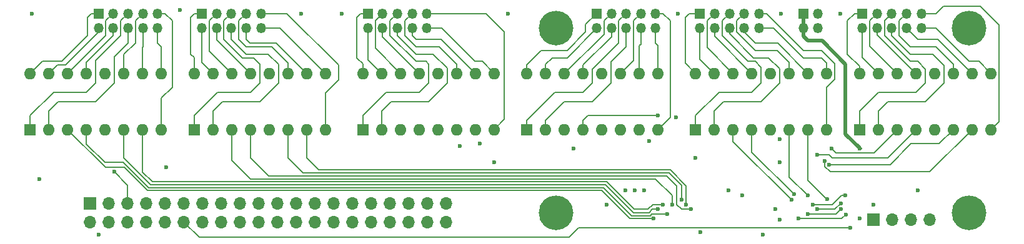
<source format=gbr>
%TF.GenerationSoftware,KiCad,Pcbnew,8.0.4+dfsg-1*%
%TF.CreationDate,2025-02-17T17:51:02+01:00*%
%TF.ProjectId,nixie-clock,6e697869-652d-4636-9c6f-636b2e6b6963,rev?*%
%TF.SameCoordinates,Original*%
%TF.FileFunction,Copper,L2,Inr*%
%TF.FilePolarity,Positive*%
%FSLAX46Y46*%
G04 Gerber Fmt 4.6, Leading zero omitted, Abs format (unit mm)*
G04 Created by KiCad (PCBNEW 8.0.4+dfsg-1) date 2025-02-17 17:51:02*
%MOMM*%
%LPD*%
G01*
G04 APERTURE LIST*
%TA.AperFunction,ComponentPad*%
%ADD10R,1.700000X1.700000*%
%TD*%
%TA.AperFunction,ComponentPad*%
%ADD11O,1.700000X1.700000*%
%TD*%
%TA.AperFunction,ComponentPad*%
%ADD12R,1.600000X1.600000*%
%TD*%
%TA.AperFunction,ComponentPad*%
%ADD13O,1.600000X1.600000*%
%TD*%
%TA.AperFunction,ComponentPad*%
%ADD14C,4.700000*%
%TD*%
%TA.AperFunction,ComponentPad*%
%ADD15R,1.350000X1.350000*%
%TD*%
%TA.AperFunction,ComponentPad*%
%ADD16O,1.350000X1.350000*%
%TD*%
%TA.AperFunction,ViaPad*%
%ADD17C,0.600000*%
%TD*%
%TA.AperFunction,Conductor*%
%ADD18C,0.200000*%
%TD*%
%TA.AperFunction,Conductor*%
%ADD19C,0.500000*%
%TD*%
G04 APERTURE END LIST*
D10*
%TO.N,GND*%
%TO.C,J2*%
X193000000Y-117000000D03*
D11*
%TO.N,+5V*%
X195540000Y-117000000D03*
%TO.N,GND*%
X198080000Y-117000000D03*
%TO.N,+170*%
X200620000Y-117000000D03*
%TD*%
D12*
%TO.N,D4-8*%
%TO.C,U6*%
X146065000Y-104765000D03*
D13*
%TO.N,D4-9*%
X148605000Y-104765000D03*
%TO.N,4A*%
X151145000Y-104765000D03*
%TO.N,4D*%
X153685000Y-104765000D03*
%TO.N,+5V*%
X156225000Y-104765000D03*
%TO.N,4B*%
X158765000Y-104765000D03*
%TO.N,4C*%
X161305000Y-104765000D03*
%TO.N,D4-2*%
X163845000Y-104765000D03*
%TO.N,D4-3*%
X163845000Y-97145000D03*
%TO.N,D4-7*%
X161305000Y-97145000D03*
%TO.N,D4-6*%
X158765000Y-97145000D03*
%TO.N,GND*%
X156225000Y-97145000D03*
%TO.N,D4-4*%
X153685000Y-97145000D03*
%TO.N,D4-5*%
X151145000Y-97145000D03*
%TO.N,D4-1*%
X148605000Y-97145000D03*
%TO.N,D4-0*%
X146065000Y-97145000D03*
%TD*%
D12*
%TO.N,D6-8*%
%TO.C,U8*%
X191150000Y-104765000D03*
D13*
%TO.N,D6-9*%
X193690000Y-104765000D03*
%TO.N,6A*%
X196230000Y-104765000D03*
%TO.N,6D*%
X198770000Y-104765000D03*
%TO.N,+5V*%
X201310000Y-104765000D03*
%TO.N,6B*%
X203850000Y-104765000D03*
%TO.N,6C*%
X206390000Y-104765000D03*
%TO.N,D6-2*%
X208930000Y-104765000D03*
%TO.N,D6-3*%
X208930000Y-97145000D03*
%TO.N,D6-7*%
X206390000Y-97145000D03*
%TO.N,D6-6*%
X203850000Y-97145000D03*
%TO.N,GND*%
X201310000Y-97145000D03*
%TO.N,D6-4*%
X198770000Y-97145000D03*
%TO.N,D6-5*%
X196230000Y-97145000D03*
%TO.N,D6-1*%
X193690000Y-97145000D03*
%TO.N,D6-0*%
X191150000Y-97145000D03*
%TD*%
D12*
%TO.N,D1-8*%
%TO.C,U3*%
X78755000Y-104765000D03*
D13*
%TO.N,D1-9*%
X81295000Y-104765000D03*
%TO.N,1A*%
X83835000Y-104765000D03*
%TO.N,1D*%
X86375000Y-104765000D03*
%TO.N,+5V*%
X88915000Y-104765000D03*
%TO.N,1B*%
X91455000Y-104765000D03*
%TO.N,1C*%
X93995000Y-104765000D03*
%TO.N,D1-2*%
X96535000Y-104765000D03*
%TO.N,D1-3*%
X96535000Y-97145000D03*
%TO.N,D1-7*%
X93995000Y-97145000D03*
%TO.N,D1-6*%
X91455000Y-97145000D03*
%TO.N,GND*%
X88915000Y-97145000D03*
%TO.N,D1-4*%
X86375000Y-97145000D03*
%TO.N,D1-5*%
X83835000Y-97145000D03*
%TO.N,D1-1*%
X81295000Y-97145000D03*
%TO.N,D1-0*%
X78755000Y-97145000D03*
%TD*%
D12*
%TO.N,D3-8*%
%TO.C,U2*%
X123840000Y-104755000D03*
D13*
%TO.N,D3-9*%
X126380000Y-104755000D03*
%TO.N,3A*%
X128920000Y-104755000D03*
%TO.N,3D*%
X131460000Y-104755000D03*
%TO.N,+5V*%
X134000000Y-104755000D03*
%TO.N,3B*%
X136540000Y-104755000D03*
%TO.N,3C*%
X139080000Y-104755000D03*
%TO.N,D3-2*%
X141620000Y-104755000D03*
%TO.N,D3-3*%
X141620000Y-97135000D03*
%TO.N,D3-7*%
X139080000Y-97135000D03*
%TO.N,D3-6*%
X136540000Y-97135000D03*
%TO.N,GND*%
X134000000Y-97135000D03*
%TO.N,D3-4*%
X131460000Y-97135000D03*
%TO.N,D3-5*%
X128920000Y-97135000D03*
%TO.N,D3-1*%
X126380000Y-97135000D03*
%TO.N,D3-0*%
X123840000Y-97135000D03*
%TD*%
D14*
%TO.N,GND*%
%TO.C,H1*%
X206000000Y-116000000D03*
%TD*%
%TO.N,GND*%
%TO.C,H2*%
X206000000Y-91000000D03*
%TD*%
D12*
%TO.N,D5-8*%
%TO.C,U7*%
X168925000Y-104765000D03*
D13*
%TO.N,D5-9*%
X171465000Y-104765000D03*
%TO.N,5A*%
X174005000Y-104765000D03*
%TO.N,5D*%
X176545000Y-104765000D03*
%TO.N,+5V*%
X179085000Y-104765000D03*
%TO.N,5B*%
X181625000Y-104765000D03*
%TO.N,5C*%
X184165000Y-104765000D03*
%TO.N,D5-2*%
X186705000Y-104765000D03*
%TO.N,D5-3*%
X186705000Y-97145000D03*
%TO.N,D5-7*%
X184165000Y-97145000D03*
%TO.N,D5-6*%
X181625000Y-97145000D03*
%TO.N,GND*%
X179085000Y-97145000D03*
%TO.N,D5-4*%
X176545000Y-97145000D03*
%TO.N,D5-5*%
X174005000Y-97145000D03*
%TO.N,D5-1*%
X171465000Y-97145000D03*
%TO.N,D5-0*%
X168925000Y-97145000D03*
%TD*%
D14*
%TO.N,GND*%
%TO.C,H4*%
X150000000Y-116000000D03*
%TD*%
D12*
%TO.N,D2-8*%
%TO.C,U5*%
X100980000Y-104765000D03*
D13*
%TO.N,D2-9*%
X103520000Y-104765000D03*
%TO.N,2A*%
X106060000Y-104765000D03*
%TO.N,2D*%
X108600000Y-104765000D03*
%TO.N,+5V*%
X111140000Y-104765000D03*
%TO.N,2B*%
X113680000Y-104765000D03*
%TO.N,2C*%
X116220000Y-104765000D03*
%TO.N,D2-2*%
X118760000Y-104765000D03*
%TO.N,D2-3*%
X118760000Y-97145000D03*
%TO.N,D2-7*%
X116220000Y-97145000D03*
%TO.N,D2-6*%
X113680000Y-97145000D03*
%TO.N,GND*%
X111140000Y-97145000D03*
%TO.N,D2-4*%
X108600000Y-97145000D03*
%TO.N,D2-5*%
X106060000Y-97145000D03*
%TO.N,D2-1*%
X103520000Y-97145000D03*
%TO.N,D2-0*%
X100980000Y-97145000D03*
%TD*%
D10*
%TO.N,+3V3*%
%TO.C,J1*%
X86870000Y-114730000D03*
D11*
%TO.N,+5V*%
X86870000Y-117270000D03*
%TO.N,Net-(J1-SDA{slash}GPIO2)*%
X89410000Y-114730000D03*
%TO.N,+5V*%
X89410000Y-117270000D03*
%TO.N,Net-(J1-SCL{slash}GPIO3)*%
X91950000Y-114730000D03*
%TO.N,GND*%
X91950000Y-117270000D03*
%TO.N,unconnected-(J1-GCLK0{slash}GPIO4-Pad7)*%
X94490000Y-114730000D03*
%TO.N,unconnected-(J1-GPIO14{slash}TXD-Pad8)*%
X94490000Y-117270000D03*
%TO.N,GND*%
X97030000Y-114730000D03*
%TO.N,unconnected-(J1-GPIO15{slash}RXD-Pad10)*%
X97030000Y-117270000D03*
%TO.N,unconnected-(J1-GPIO17-Pad11)*%
X99570000Y-114730000D03*
%TO.N,PWM*%
X99570000Y-117270000D03*
%TO.N,unconnected-(J1-GPIO27-Pad13)*%
X102110000Y-114730000D03*
%TO.N,GND*%
X102110000Y-117270000D03*
%TO.N,unconnected-(J1-GPIO22-Pad15)*%
X104650000Y-114730000D03*
%TO.N,unconnected-(J1-GPIO23-Pad16)*%
X104650000Y-117270000D03*
%TO.N,+3V3*%
X107190000Y-114730000D03*
%TO.N,unconnected-(J1-GPIO24-Pad18)*%
X107190000Y-117270000D03*
%TO.N,unconnected-(J1-MOSI0{slash}GPIO10-Pad19)*%
X109730000Y-114730000D03*
%TO.N,GND*%
X109730000Y-117270000D03*
%TO.N,unconnected-(J1-MISO0{slash}GPIO9-Pad21)*%
X112270000Y-114730000D03*
%TO.N,unconnected-(J1-GPIO25-Pad22)*%
X112270000Y-117270000D03*
%TO.N,unconnected-(J1-SCLK0{slash}GPIO11-Pad23)*%
X114810000Y-114730000D03*
%TO.N,unconnected-(J1-~{CE0}{slash}GPIO8-Pad24)*%
X114810000Y-117270000D03*
%TO.N,GND*%
X117350000Y-114730000D03*
%TO.N,unconnected-(J1-~{CE1}{slash}GPIO7-Pad26)*%
X117350000Y-117270000D03*
%TO.N,unconnected-(J1-ID_SD{slash}GPIO0-Pad27)*%
X119890000Y-114730000D03*
%TO.N,unconnected-(J1-ID_SC{slash}GPIO1-Pad28)*%
X119890000Y-117270000D03*
%TO.N,unconnected-(J1-GCLK1{slash}GPIO5-Pad29)*%
X122430000Y-114730000D03*
%TO.N,GND*%
X122430000Y-117270000D03*
%TO.N,unconnected-(J1-GCLK2{slash}GPIO6-Pad31)*%
X124970000Y-114730000D03*
%TO.N,unconnected-(J1-PWM0{slash}GPIO12-Pad32)*%
X124970000Y-117270000D03*
%TO.N,unconnected-(J1-PWM1{slash}GPIO13-Pad33)*%
X127510000Y-114730000D03*
%TO.N,GND*%
X127510000Y-117270000D03*
%TO.N,unconnected-(J1-GPIO19{slash}MISO1-Pad35)*%
X130050000Y-114730000D03*
%TO.N,unconnected-(J1-GPIO16-Pad36)*%
X130050000Y-117270000D03*
%TO.N,unconnected-(J1-GPIO26-Pad37)*%
X132590000Y-114730000D03*
%TO.N,unconnected-(J1-GPIO20{slash}MOSI1-Pad38)*%
X132590000Y-117270000D03*
%TO.N,GND*%
X135130000Y-114730000D03*
%TO.N,unconnected-(J1-GPIO21{slash}SCLK1-Pad40)*%
X135130000Y-117270000D03*
%TD*%
D14*
%TO.N,GND*%
%TO.C,H3*%
X150000000Y-91000000D03*
%TD*%
D15*
%TO.N,D2-0*%
%TO.C,J5*%
X102000000Y-89000000D03*
D16*
%TO.N,D2-1*%
X102000000Y-91000000D03*
%TO.N,D2-5*%
X104000000Y-89000000D03*
%TO.N,D2-4*%
X104000000Y-91000000D03*
%TO.N,D2-8*%
X106000000Y-89000000D03*
%TO.N,D2-9*%
X106000000Y-91000000D03*
%TO.N,D2-6*%
X108000000Y-89000000D03*
%TO.N,D2-7*%
X108000000Y-91000000D03*
%TO.N,D2-2*%
X110000000Y-89000000D03*
%TO.N,D2-3*%
X110000000Y-91000000D03*
%TD*%
D15*
%TO.N,D4-0*%
%TO.C,J7*%
X155500000Y-89000000D03*
D16*
%TO.N,D4-1*%
X155500000Y-91000000D03*
%TO.N,D4-5*%
X157500000Y-89000000D03*
%TO.N,D4-4*%
X157500000Y-91000000D03*
%TO.N,D4-8*%
X159500000Y-89000000D03*
%TO.N,D4-9*%
X159500000Y-91000000D03*
%TO.N,D4-6*%
X161500000Y-89000000D03*
%TO.N,D4-7*%
X161500000Y-91000000D03*
%TO.N,D4-2*%
X163500000Y-89000000D03*
%TO.N,D4-3*%
X163500000Y-91000000D03*
%TD*%
D15*
%TO.N,D1-0*%
%TO.C,J3*%
X88000000Y-89000000D03*
D16*
%TO.N,D1-1*%
X88000000Y-91000000D03*
%TO.N,D1-5*%
X90000000Y-89000000D03*
%TO.N,D1-4*%
X90000000Y-91000000D03*
%TO.N,D1-8*%
X92000000Y-89000000D03*
%TO.N,D1-9*%
X92000000Y-91000000D03*
%TO.N,D1-6*%
X94000000Y-89000000D03*
%TO.N,D1-7*%
X94000000Y-91000000D03*
%TO.N,D1-2*%
X96000000Y-89000000D03*
%TO.N,D1-3*%
X96000000Y-91000000D03*
%TD*%
D15*
%TO.N,D6-0*%
%TO.C,J9*%
X191500000Y-89000000D03*
D16*
%TO.N,D6-1*%
X191500000Y-91000000D03*
%TO.N,D6-5*%
X193500000Y-89000000D03*
%TO.N,D6-4*%
X193500000Y-91000000D03*
%TO.N,D6-8*%
X195500000Y-89000000D03*
%TO.N,D6-9*%
X195500000Y-91000000D03*
%TO.N,D6-6*%
X197500000Y-89000000D03*
%TO.N,D6-7*%
X197500000Y-91000000D03*
%TO.N,D6-2*%
X199500000Y-89000000D03*
%TO.N,D6-3*%
X199500000Y-91000000D03*
%TD*%
D15*
%TO.N,D3-0*%
%TO.C,J6*%
X124500000Y-89000000D03*
D16*
%TO.N,D3-1*%
X124500000Y-91000000D03*
%TO.N,D3-5*%
X126500000Y-89000000D03*
%TO.N,D3-4*%
X126500000Y-91000000D03*
%TO.N,D3-8*%
X128500000Y-89000000D03*
%TO.N,D3-9*%
X128500000Y-91000000D03*
%TO.N,D3-6*%
X130500000Y-89000000D03*
%TO.N,D3-7*%
X130500000Y-91000000D03*
%TO.N,D3-2*%
X132500000Y-89000000D03*
%TO.N,D3-3*%
X132500000Y-91000000D03*
%TD*%
D15*
%TO.N,ANODE*%
%TO.C,J4*%
X183500000Y-89000000D03*
D16*
X183500000Y-91000000D03*
%TO.N,GND*%
X185500000Y-89000000D03*
X185500000Y-91000000D03*
%TD*%
D15*
%TO.N,D5-0*%
%TO.C,J8*%
X169500000Y-89000000D03*
D16*
%TO.N,D5-1*%
X169500000Y-91000000D03*
%TO.N,D5-5*%
X171500000Y-89000000D03*
%TO.N,D5-4*%
X171500000Y-91000000D03*
%TO.N,D5-8*%
X173500000Y-89000000D03*
%TO.N,D5-9*%
X173500000Y-91000000D03*
%TO.N,D5-6*%
X175500000Y-89000000D03*
%TO.N,D5-7*%
X175500000Y-91000000D03*
%TO.N,D5-2*%
X177500000Y-89000000D03*
%TO.N,D5-3*%
X177500000Y-91000000D03*
%TD*%
D17*
%TO.N,+5V*%
X141605000Y-109220000D03*
X179705000Y-115570000D03*
X156845000Y-114935000D03*
%TO.N,GND*%
X162600000Y-106300000D03*
X188500000Y-89000000D03*
X166300000Y-103100000D03*
X180340000Y-106045000D03*
X115500000Y-89000000D03*
X143500000Y-89000000D03*
X178000000Y-119000000D03*
X193040000Y-114935000D03*
X139700000Y-106680000D03*
X80000000Y-111500000D03*
X152400000Y-107315000D03*
X180340000Y-109220000D03*
X161925000Y-113030000D03*
X180300000Y-117000000D03*
X169600000Y-118700000D03*
X88000000Y-119000000D03*
X191135000Y-116840000D03*
X121000000Y-89000000D03*
X166500000Y-89000000D03*
X168900000Y-108600000D03*
X99000000Y-88500000D03*
X180500000Y-89000000D03*
X79000000Y-89000000D03*
%TO.N,+3V3*%
X137000000Y-107000000D03*
%TO.N,Net-(J1-SCL{slash}GPIO3)*%
X90170000Y-110490000D03*
%TO.N,Net-(J1-SDA{slash}GPIO2)*%
X97155000Y-109855000D03*
%TO.N,PWM*%
X189865000Y-118110000D03*
%TO.N,2D*%
X168275000Y-115570000D03*
%TO.N,1C*%
X164465000Y-114935000D03*
%TO.N,2A*%
X165735000Y-114935000D03*
%TO.N,1A*%
X163195000Y-116840000D03*
%TO.N,1D*%
X165100000Y-116205000D03*
%TO.N,1B*%
X163830000Y-115570000D03*
%TO.N,2C*%
X167640000Y-114935000D03*
%TO.N,2B*%
X167005000Y-114300000D03*
%TO.N,4C*%
X189230000Y-113665000D03*
X184785000Y-114935000D03*
%TO.N,4D*%
X188570737Y-114745734D03*
X163830000Y-102870000D03*
X185420000Y-115570000D03*
%TO.N,4A*%
X189299313Y-116274313D03*
X182880000Y-116840000D03*
%TO.N,4B*%
X184150000Y-116205000D03*
X188595000Y-115570000D03*
%TO.N,5D*%
X182274265Y-113529265D03*
%TO.N,5C*%
X186790000Y-114200000D03*
%TO.N,5A*%
X181935000Y-114300000D03*
%TO.N,5B*%
X184142662Y-113687724D03*
%TO.N,6B*%
X187040000Y-109500000D03*
%TO.N,6D*%
X185420000Y-108193497D03*
%TO.N,6C*%
X186425421Y-108987851D03*
%TO.N,6A*%
X187325000Y-107315000D03*
%TO.N,I2C_SDA*%
X159385000Y-113030000D03*
X173355000Y-113030000D03*
%TO.N,I2C_SCL*%
X160655000Y-113030000D03*
X175260000Y-113665000D03*
%TO.N,ANODE*%
X191135000Y-107315000D03*
X199000000Y-113000000D03*
%TD*%
D18*
%TO.N,Net-(J1-SCL{slash}GPIO3)*%
X91950000Y-114730000D02*
X91950000Y-112270000D01*
X91950000Y-112270000D02*
X90170000Y-110490000D01*
%TO.N,PWM*%
X189855000Y-118100000D02*
X153045000Y-118100000D01*
X151765000Y-119380000D02*
X101680000Y-119380000D01*
X101680000Y-119380000D02*
X99570000Y-117270000D01*
X153045000Y-118100000D02*
X151765000Y-119380000D01*
X189865000Y-118110000D02*
X189855000Y-118100000D01*
%TO.N,2D*%
X108600000Y-108600000D02*
X111030000Y-111030000D01*
X108600000Y-104765000D02*
X108600000Y-108600000D01*
X166370000Y-112395000D02*
X166370000Y-114935000D01*
X165005000Y-111030000D02*
X166370000Y-112395000D01*
X167005000Y-115570000D02*
X168275000Y-115570000D01*
X166370000Y-114935000D02*
X167005000Y-115570000D01*
X111030000Y-111030000D02*
X165005000Y-111030000D01*
%TO.N,1C*%
X162485099Y-115570000D02*
X163120099Y-114935000D01*
X95320000Y-111830000D02*
X156880343Y-111830000D01*
X93995000Y-110505000D02*
X95320000Y-111830000D01*
X93995000Y-104765000D02*
X93995000Y-110505000D01*
X156880343Y-111830000D02*
X160620343Y-115570000D01*
X93995000Y-104765000D02*
X93995000Y-105425000D01*
X163120099Y-114935000D02*
X164465000Y-114935000D01*
X160620343Y-115570000D02*
X162485099Y-115570000D01*
%TO.N,2A*%
X165735000Y-113665000D02*
X165735000Y-114935000D01*
X163500000Y-111430000D02*
X165735000Y-113665000D01*
X106060000Y-108905000D02*
X108585000Y-111430000D01*
X108585000Y-111430000D02*
X163500000Y-111430000D01*
X106060000Y-104765000D02*
X106060000Y-108905000D01*
%TO.N,1A*%
X160020000Y-116840000D02*
X163195000Y-116840000D01*
X88960000Y-109890000D02*
X91475000Y-109890000D01*
X156210000Y-113030000D02*
X160020000Y-116840000D01*
X91475000Y-109890000D02*
X94615000Y-113030000D01*
X83835000Y-104765000D02*
X88960000Y-109890000D01*
X94615000Y-113030000D02*
X156210000Y-113030000D01*
%TO.N,1D*%
X91370686Y-109220000D02*
X91640686Y-109490000D01*
X94780685Y-112630000D02*
X156445000Y-112630000D01*
X160255000Y-116440000D02*
X162746471Y-116440000D01*
X91875000Y-109724315D02*
X94780685Y-112630000D01*
X88900000Y-109220000D02*
X91370686Y-109220000D01*
X86375000Y-106695000D02*
X88900000Y-109220000D01*
X86375000Y-104765000D02*
X86375000Y-106695000D01*
X162981471Y-116205000D02*
X165100000Y-116205000D01*
X162746471Y-116440000D02*
X162981471Y-116205000D01*
X91640686Y-109490000D02*
X91875000Y-109724315D01*
X156445000Y-112630000D02*
X160255000Y-116440000D01*
%TO.N,1B*%
X95085000Y-112230000D02*
X156680000Y-112230000D01*
X163050785Y-115570000D02*
X163830000Y-115570000D01*
X162580785Y-116040000D02*
X163050785Y-115570000D01*
X160490000Y-116040000D02*
X162580785Y-116040000D01*
X156680000Y-112230000D02*
X160490000Y-116040000D01*
X91455000Y-108600000D02*
X95085000Y-112230000D01*
X91455000Y-104765000D02*
X91455000Y-108600000D01*
%TO.N,2C*%
X116220000Y-108570000D02*
X116205000Y-108585000D01*
X117850000Y-110230000D02*
X165475000Y-110230000D01*
X165475000Y-110230000D02*
X167640000Y-112395000D01*
X116220000Y-104765000D02*
X116220000Y-108570000D01*
X116205000Y-108585000D02*
X117850000Y-110230000D01*
X167640000Y-112395000D02*
X167640000Y-114935000D01*
%TO.N,2B*%
X113680000Y-108600000D02*
X115710000Y-110630000D01*
X167005000Y-112325686D02*
X167005000Y-114300000D01*
X115710000Y-110630000D02*
X165309314Y-110630000D01*
X113680000Y-104765000D02*
X113680000Y-108600000D01*
X165309314Y-110630000D02*
X167005000Y-112325686D01*
%TO.N,4C*%
X187431765Y-114935000D02*
X184785000Y-114935000D01*
X188701765Y-113665000D02*
X187431765Y-114935000D01*
X189230000Y-113665000D02*
X188701765Y-113665000D01*
%TO.N,4D*%
X153685000Y-103520000D02*
X153685000Y-104765000D01*
X185420000Y-115570000D02*
X187746471Y-115570000D01*
X153670000Y-103505000D02*
X153685000Y-103520000D01*
X187746471Y-115570000D02*
X188570737Y-114745734D01*
X163830000Y-102870000D02*
X154305000Y-102870000D01*
X154305000Y-102870000D02*
X153670000Y-103505000D01*
%TO.N,4A*%
X188733626Y-116840000D02*
X182880000Y-116840000D01*
X189299313Y-116274313D02*
X188733626Y-116840000D01*
%TO.N,4B*%
X187960000Y-116205000D02*
X184150000Y-116205000D01*
X188595000Y-115570000D02*
X187960000Y-116205000D01*
%TO.N,5D*%
X176545000Y-107800000D02*
X176545000Y-104765000D01*
X182274265Y-113529265D02*
X176545000Y-107800000D01*
%TO.N,5C*%
X186700000Y-114200000D02*
X184165000Y-111665000D01*
X186790000Y-114200000D02*
X186700000Y-114200000D01*
X184165000Y-111665000D02*
X184165000Y-104765000D01*
%TO.N,5A*%
X174005000Y-106370000D02*
X174005000Y-104765000D01*
X181935000Y-114300000D02*
X174005000Y-106370000D01*
%TO.N,5B*%
X184142662Y-113687724D02*
X181625000Y-111170062D01*
X181625000Y-111170062D02*
X181625000Y-104765000D01*
%TO.N,6B*%
X198120000Y-106680000D02*
X201935000Y-106680000D01*
X201935000Y-106680000D02*
X203850000Y-104765000D01*
X187040000Y-109500000D02*
X195300000Y-109500000D01*
X195300000Y-109500000D02*
X198120000Y-106680000D01*
%TO.N,6D*%
X187415550Y-108585000D02*
X194950000Y-108585000D01*
X185420000Y-108193497D02*
X187024047Y-108193497D01*
X187024047Y-108193497D02*
X187415550Y-108585000D01*
X194950000Y-108585000D02*
X198770000Y-104765000D01*
%TO.N,6C*%
X186425421Y-108987851D02*
X186440000Y-109002430D01*
X186440000Y-109748529D02*
X187181471Y-110490000D01*
X200665000Y-110490000D02*
X206390000Y-104765000D01*
X187181471Y-110490000D02*
X200665000Y-110490000D01*
X186440000Y-109002430D02*
X186440000Y-109748529D01*
%TO.N,6A*%
X187325000Y-107315000D02*
X187925000Y-107915000D01*
X187925000Y-107915000D02*
X193080000Y-107915000D01*
X193080000Y-107915000D02*
X196230000Y-104765000D01*
%TO.N,D1-5*%
X89000000Y-90000000D02*
X89000000Y-91440000D01*
X90000000Y-89000000D02*
X89000000Y-90000000D01*
X89000000Y-91440000D02*
X89000000Y-92000000D01*
X83835000Y-97145000D02*
X89000000Y-91980000D01*
X89000000Y-91980000D02*
X89000000Y-91440000D01*
%TO.N,D1-7*%
X93995000Y-97145000D02*
X93995000Y-93505000D01*
X94000000Y-91000000D02*
X94000000Y-93500000D01*
X93995000Y-93505000D02*
X94000000Y-93500000D01*
%TO.N,D1-0*%
X86500000Y-92000000D02*
X86500000Y-89500000D01*
X86500000Y-89500000D02*
X87000000Y-89000000D01*
X87000000Y-89000000D02*
X88000000Y-89000000D01*
X78755000Y-97145000D02*
X80400000Y-95500000D01*
X83000000Y-95500000D02*
X86500000Y-92000000D01*
X80400000Y-95500000D02*
X83000000Y-95500000D01*
%TO.N,D1-6*%
X91455000Y-94545000D02*
X93000000Y-93000000D01*
X91455000Y-97145000D02*
X91455000Y-94545000D01*
X93000000Y-93000000D02*
X93000000Y-90000000D01*
X93000000Y-90000000D02*
X94000000Y-89000000D01*
%TO.N,D1-9*%
X90170000Y-94830000D02*
X92000000Y-93000000D01*
X81295000Y-102220000D02*
X82550000Y-100965000D01*
X82550000Y-100965000D02*
X87630000Y-100965000D01*
X81295000Y-104765000D02*
X81295000Y-102220000D01*
X90170000Y-98425000D02*
X90170000Y-94830000D01*
X87630000Y-100965000D02*
X90170000Y-98425000D01*
X92000000Y-93000000D02*
X92000000Y-91000000D01*
%TO.N,D1-4*%
X86375000Y-97145000D02*
X86375000Y-95625000D01*
X86375000Y-95625000D02*
X90000000Y-92000000D01*
X90000000Y-92000000D02*
X90000000Y-91000000D01*
%TO.N,D1-8*%
X87630000Y-98425000D02*
X87630000Y-95370000D01*
X91000000Y-92000000D02*
X91000000Y-90000000D01*
X86360000Y-99695000D02*
X87630000Y-98425000D01*
X91000000Y-90000000D02*
X92000000Y-89000000D01*
X78755000Y-102855000D02*
X81915000Y-99695000D01*
X91500000Y-89000000D02*
X92000000Y-89000000D01*
X81915000Y-99695000D02*
X86360000Y-99695000D01*
X78755000Y-104765000D02*
X78755000Y-102855000D01*
X87630000Y-95370000D02*
X91000000Y-92000000D01*
%TO.N,D1-2*%
X97000000Y-89000000D02*
X96000000Y-89000000D01*
X98000000Y-90000000D02*
X97000000Y-89000000D01*
X98000000Y-99000000D02*
X98000000Y-90000000D01*
X96535000Y-100465000D02*
X98000000Y-99000000D01*
X96535000Y-104765000D02*
X96535000Y-100465000D01*
%TO.N,D1-1*%
X88000000Y-91500000D02*
X88000000Y-91000000D01*
X81295000Y-97145000D02*
X82440000Y-96000000D01*
X83500000Y-96000000D02*
X88000000Y-91500000D01*
X82440000Y-96000000D02*
X83500000Y-96000000D01*
%TO.N,D1-3*%
X96535000Y-97145000D02*
X96535000Y-93535000D01*
X96535000Y-93535000D02*
X96000000Y-93000000D01*
X96000000Y-93000000D02*
X96000000Y-91000000D01*
%TO.N,D2-4*%
X104000000Y-91000000D02*
X104000000Y-92545000D01*
X104000000Y-92545000D02*
X108600000Y-97145000D01*
%TO.N,D2-2*%
X113500000Y-89000000D02*
X120500000Y-96000000D01*
X120500000Y-96000000D02*
X120500000Y-98000000D01*
X118760000Y-99740000D02*
X118760000Y-104765000D01*
X110000000Y-89000000D02*
X113500000Y-89000000D01*
X120500000Y-98000000D02*
X118760000Y-99740000D01*
%TO.N,D2-9*%
X106000000Y-92500000D02*
X106000000Y-91000000D01*
X112395000Y-98425000D02*
X112395000Y-95895000D01*
X111000000Y-94500000D02*
X108000000Y-94500000D01*
X108000000Y-94500000D02*
X106000000Y-92500000D01*
X103520000Y-102220000D02*
X104775000Y-100965000D01*
X103520000Y-104765000D02*
X103520000Y-102220000D01*
X112395000Y-95895000D02*
X111000000Y-94500000D01*
X104775000Y-100965000D02*
X109855000Y-100965000D01*
X109855000Y-100965000D02*
X112395000Y-98425000D01*
%TO.N,D2-0*%
X100500000Y-94500000D02*
X100980000Y-94980000D01*
X102000000Y-89000000D02*
X101000000Y-89000000D01*
X101000000Y-89000000D02*
X100500000Y-89500000D01*
X100980000Y-94980000D02*
X100980000Y-97145000D01*
X100500000Y-89500000D02*
X100500000Y-94500000D01*
%TO.N,D2-5*%
X103000000Y-90000000D02*
X103000000Y-94085000D01*
X103000000Y-94085000D02*
X106060000Y-97145000D01*
X104000000Y-89000000D02*
X103000000Y-90000000D01*
%TO.N,D2-7*%
X108500000Y-93000000D02*
X112075000Y-93000000D01*
X112075000Y-93000000D02*
X116220000Y-97145000D01*
X108000000Y-91000000D02*
X108000000Y-92500000D01*
X108000000Y-92500000D02*
X108500000Y-93000000D01*
%TO.N,D2-8*%
X100980000Y-104765000D02*
X100980000Y-102855000D01*
X105000000Y-92500000D02*
X105000000Y-90000000D01*
X108585000Y-99695000D02*
X109855000Y-98425000D01*
X105000000Y-90000000D02*
X106000000Y-89000000D01*
X109855000Y-98425000D02*
X109855000Y-95855000D01*
X107500000Y-95000000D02*
X105000000Y-92500000D01*
X109855000Y-95855000D02*
X109000000Y-95000000D01*
X109000000Y-95000000D02*
X107500000Y-95000000D01*
X104140000Y-99695000D02*
X108585000Y-99695000D01*
X100980000Y-102855000D02*
X104140000Y-99695000D01*
%TO.N,D2-1*%
X102000000Y-91000000D02*
X102000000Y-95625000D01*
X102000000Y-95625000D02*
X103520000Y-97145000D01*
%TO.N,D2-6*%
X107000000Y-92500000D02*
X108000000Y-93500000D01*
X107000000Y-90000000D02*
X107000000Y-92500000D01*
X108000000Y-93500000D02*
X111500000Y-93500000D01*
X108000000Y-89000000D02*
X107000000Y-90000000D01*
X113680000Y-95680000D02*
X113680000Y-97145000D01*
X111500000Y-93500000D02*
X113680000Y-95680000D01*
%TO.N,D2-3*%
X110000000Y-91000000D02*
X112615000Y-91000000D01*
X112615000Y-91000000D02*
X118760000Y-97145000D01*
%TO.N,D3-4*%
X126500000Y-92175000D02*
X131460000Y-97135000D01*
X126500000Y-91000000D02*
X126500000Y-92175000D01*
%TO.N,D3-7*%
X130500000Y-91000000D02*
X130500000Y-92000000D01*
X134445000Y-92500000D02*
X139080000Y-97135000D01*
X131000000Y-92500000D02*
X134445000Y-92500000D01*
X130500000Y-92000000D02*
X131000000Y-92500000D01*
%TO.N,D3-5*%
X125500000Y-93715000D02*
X128920000Y-97135000D01*
X126500000Y-89000000D02*
X125500000Y-90000000D01*
X125500000Y-90000000D02*
X125500000Y-93715000D01*
%TO.N,D3-6*%
X134140000Y-93500000D02*
X136540000Y-95900000D01*
X129500000Y-90000000D02*
X129500000Y-92000000D01*
X131000000Y-93500000D02*
X134140000Y-93500000D01*
X130500000Y-89000000D02*
X129500000Y-90000000D01*
X136540000Y-95900000D02*
X136540000Y-97135000D01*
X129500000Y-92000000D02*
X131000000Y-93500000D01*
%TO.N,D3-9*%
X128500000Y-91000000D02*
X128500000Y-92000000D01*
X126380000Y-102250000D02*
X126365000Y-102235000D01*
X126380000Y-104755000D02*
X126380000Y-102250000D01*
X131000000Y-94500000D02*
X133350000Y-94500000D01*
X132715000Y-100965000D02*
X135255000Y-98425000D01*
X126365000Y-102235000D02*
X127635000Y-100965000D01*
X128500000Y-92000000D02*
X131000000Y-94500000D01*
X135255000Y-98425000D02*
X135255000Y-96405000D01*
X127635000Y-100965000D02*
X132715000Y-100965000D01*
X135255000Y-96405000D02*
X133350000Y-94500000D01*
%TO.N,D3-0*%
X123000000Y-95000000D02*
X123840000Y-95840000D01*
X123000000Y-89500000D02*
X123000000Y-95000000D01*
X123500000Y-89000000D02*
X123000000Y-89500000D01*
X123840000Y-95840000D02*
X123840000Y-97135000D01*
X124500000Y-89000000D02*
X123500000Y-89000000D01*
%TO.N,D3-8*%
X127500000Y-90000000D02*
X128500000Y-89000000D01*
X123825000Y-102870000D02*
X127000000Y-99695000D01*
X132715000Y-98425000D02*
X132715000Y-95850685D01*
X131445000Y-99695000D02*
X132715000Y-98425000D01*
X123840000Y-102885000D02*
X123825000Y-102870000D01*
X123840000Y-104755000D02*
X123840000Y-102885000D01*
X127000000Y-99695000D02*
X131445000Y-99695000D01*
X132364315Y-95500000D02*
X131000000Y-95500000D01*
X127500000Y-92000000D02*
X127500000Y-90000000D01*
X132715000Y-95850685D02*
X132364315Y-95500000D01*
X131000000Y-95500000D02*
X127500000Y-92000000D01*
%TO.N,D3-2*%
X132500000Y-89000000D02*
X140500000Y-89000000D01*
X143000000Y-103375000D02*
X141620000Y-104755000D01*
X143000000Y-91500000D02*
X143000000Y-103375000D01*
X140500000Y-89000000D02*
X143000000Y-91500000D01*
%TO.N,D3-3*%
X132500000Y-91000000D02*
X134500000Y-91000000D01*
X139000000Y-95500000D02*
X139985000Y-95500000D01*
X134500000Y-91000000D02*
X139000000Y-95500000D01*
X139985000Y-95500000D02*
X141620000Y-97135000D01*
%TO.N,D3-1*%
X124500000Y-95255000D02*
X126380000Y-97135000D01*
X124500000Y-91000000D02*
X124500000Y-95255000D01*
%TO.N,D4-2*%
X163500000Y-89000000D02*
X164500000Y-89000000D01*
X165500000Y-103110000D02*
X163845000Y-104765000D01*
X164500000Y-89000000D02*
X165500000Y-90000000D01*
X165500000Y-90000000D02*
X165500000Y-103110000D01*
%TO.N,D4-3*%
X163845000Y-93345000D02*
X163845000Y-97145000D01*
X163500000Y-91000000D02*
X163500000Y-93000000D01*
X163500000Y-93000000D02*
X163845000Y-93345000D01*
%TO.N,D4-1*%
X151500000Y-95000000D02*
X149500000Y-95000000D01*
X148605000Y-95895000D02*
X148605000Y-97145000D01*
X149500000Y-95000000D02*
X148605000Y-95895000D01*
X155500000Y-91000000D02*
X151500000Y-95000000D01*
%TO.N,D4-8*%
X149860000Y-99695000D02*
X153670000Y-99695000D01*
X158500000Y-93000000D02*
X158500000Y-90000000D01*
X154940000Y-96560000D02*
X158500000Y-93000000D01*
X146065000Y-104765000D02*
X146065000Y-103490000D01*
X154940000Y-98425000D02*
X154940000Y-96560000D01*
X146065000Y-103490000D02*
X149860000Y-99695000D01*
X158500000Y-90000000D02*
X159500000Y-89000000D01*
X153670000Y-99695000D02*
X154940000Y-98425000D01*
%TO.N,D4-7*%
X161305000Y-93330000D02*
X161305000Y-97145000D01*
X161500000Y-91000000D02*
X161500000Y-93135000D01*
X161500000Y-93135000D02*
X161305000Y-93330000D01*
%TO.N,D4-9*%
X159500000Y-93500000D02*
X159500000Y-91000000D01*
X151130000Y-100965000D02*
X154940000Y-100965000D01*
X154940000Y-100965000D02*
X157480000Y-98425000D01*
X148605000Y-103490000D02*
X151130000Y-100965000D01*
X148605000Y-104765000D02*
X148605000Y-103490000D01*
X157480000Y-98425000D02*
X157480000Y-95520000D01*
X157480000Y-95520000D02*
X159500000Y-93500000D01*
%TO.N,D4-5*%
X156500000Y-91790000D02*
X151145000Y-97145000D01*
X157500000Y-89000000D02*
X156500000Y-90000000D01*
X156500000Y-90000000D02*
X156500000Y-91790000D01*
%TO.N,D4-4*%
X153685000Y-95980000D02*
X153685000Y-97145000D01*
X157500000Y-91000000D02*
X157500000Y-92165000D01*
X157500000Y-92165000D02*
X153685000Y-95980000D01*
%TO.N,D4-0*%
X154000000Y-90500000D02*
X154000000Y-91500000D01*
X146065000Y-95935000D02*
X146065000Y-97145000D01*
X148000000Y-94000000D02*
X146065000Y-95935000D01*
X151500000Y-94000000D02*
X148000000Y-94000000D01*
X154000000Y-91500000D02*
X151500000Y-94000000D01*
X155500000Y-89000000D02*
X154000000Y-90500000D01*
%TO.N,D4-6*%
X161500000Y-89000000D02*
X160500000Y-90000000D01*
X160500000Y-90000000D02*
X160500000Y-95410000D01*
X160500000Y-95410000D02*
X158765000Y-97145000D01*
%TO.N,D5-6*%
X174500000Y-91500000D02*
X177000000Y-94000000D01*
X181625000Y-95625000D02*
X181625000Y-97145000D01*
X177000000Y-94000000D02*
X180000000Y-94000000D01*
X175500000Y-89000000D02*
X174500000Y-90000000D01*
X180000000Y-94000000D02*
X181625000Y-95625000D01*
X174500000Y-90000000D02*
X174500000Y-91500000D01*
%TO.N,D5-2*%
X186690000Y-104750000D02*
X186705000Y-104765000D01*
X177500000Y-89000000D02*
X178500000Y-89000000D01*
X183500000Y-94000000D02*
X186000000Y-94000000D01*
X186690000Y-99060000D02*
X186690000Y-104750000D01*
X178500000Y-89000000D02*
X183500000Y-94000000D01*
X187805000Y-95805000D02*
X187805000Y-97945000D01*
X187805000Y-97945000D02*
X186690000Y-99060000D01*
X186000000Y-94000000D02*
X187805000Y-95805000D01*
%TO.N,D5-9*%
X171450000Y-102235000D02*
X172720000Y-100965000D01*
X172720000Y-100965000D02*
X177800000Y-100965000D01*
X180340000Y-96520000D02*
X178820000Y-95000000D01*
X180340000Y-98425000D02*
X180340000Y-96520000D01*
X171465000Y-104765000D02*
X171465000Y-102250000D01*
X177800000Y-100965000D02*
X180340000Y-98425000D01*
X171465000Y-102250000D02*
X171450000Y-102235000D01*
X178820000Y-95000000D02*
X176750000Y-95000000D01*
X173500000Y-91750000D02*
X173500000Y-91000000D01*
X176750000Y-95000000D02*
X173500000Y-91750000D01*
%TO.N,D5-0*%
X167500000Y-95720000D02*
X168925000Y-97145000D01*
X169500000Y-89000000D02*
X168000000Y-89000000D01*
X168000000Y-89000000D02*
X167500000Y-89500000D01*
X167500000Y-89500000D02*
X167500000Y-95720000D01*
%TO.N,D5-1*%
X169500000Y-91000000D02*
X169500000Y-95180000D01*
X169500000Y-95180000D02*
X171465000Y-97145000D01*
%TO.N,D5-5*%
X171500000Y-89000000D02*
X170500000Y-90000000D01*
X170500000Y-93640000D02*
X174005000Y-97145000D01*
X170500000Y-90000000D02*
X170500000Y-93640000D01*
%TO.N,D5-8*%
X177000000Y-95500000D02*
X176000000Y-95500000D01*
X168910000Y-102870000D02*
X172085000Y-99695000D01*
X168925000Y-102885000D02*
X168910000Y-102870000D01*
X172500000Y-92000000D02*
X172500000Y-90000000D01*
X168925000Y-104765000D02*
X168925000Y-102885000D01*
X176000000Y-95500000D02*
X172500000Y-92000000D01*
X177800000Y-96300000D02*
X177000000Y-95500000D01*
X172500000Y-90000000D02*
X173500000Y-89000000D01*
X177800000Y-98425000D02*
X177800000Y-96300000D01*
X176530000Y-99695000D02*
X177800000Y-98425000D01*
X172085000Y-99695000D02*
X176530000Y-99695000D01*
%TO.N,D5-3*%
X183500000Y-95000000D02*
X186000000Y-95000000D01*
X186705000Y-95705000D02*
X186705000Y-97145000D01*
X179500000Y-91000000D02*
X183500000Y-95000000D01*
X186000000Y-95000000D02*
X186705000Y-95705000D01*
X177500000Y-91000000D02*
X179500000Y-91000000D01*
%TO.N,D5-7*%
X180020000Y-93000000D02*
X184165000Y-97145000D01*
X175500000Y-91500000D02*
X177000000Y-93000000D01*
X177000000Y-93000000D02*
X180020000Y-93000000D01*
X175500000Y-91000000D02*
X175500000Y-91500000D01*
%TO.N,D5-4*%
X171500000Y-92100000D02*
X176545000Y-97145000D01*
X171500000Y-91000000D02*
X171500000Y-92100000D01*
%TO.N,D6-8*%
X194500000Y-92000000D02*
X198000000Y-95500000D01*
X194500000Y-90000000D02*
X194500000Y-92000000D01*
X191135000Y-102235000D02*
X193675000Y-99695000D01*
X193675000Y-99695000D02*
X198755000Y-99695000D01*
X200025000Y-98425000D02*
X200025000Y-96525000D01*
X191150000Y-104765000D02*
X191150000Y-102250000D01*
X200025000Y-96525000D02*
X199000000Y-95500000D01*
X195500000Y-89000000D02*
X194500000Y-90000000D01*
X198000000Y-95500000D02*
X199000000Y-95500000D01*
X191150000Y-102250000D02*
X191135000Y-102235000D01*
X198755000Y-99695000D02*
X200025000Y-98425000D01*
%TO.N,D6-5*%
X193500000Y-89000000D02*
X192500000Y-90000000D01*
X192500000Y-93415000D02*
X196230000Y-97145000D01*
X192500000Y-90000000D02*
X192500000Y-93415000D01*
%TO.N,D6-6*%
X201500000Y-93500000D02*
X203850000Y-95850000D01*
X196500000Y-90000000D02*
X196500000Y-92000000D01*
X196500000Y-92000000D02*
X198000000Y-93500000D01*
X203850000Y-95850000D02*
X203850000Y-97145000D01*
X197500000Y-89000000D02*
X196500000Y-90000000D01*
X198000000Y-93500000D02*
X201500000Y-93500000D01*
%TO.N,D6-2*%
X202500000Y-88000000D02*
X207500000Y-88000000D01*
X210030000Y-103665000D02*
X208930000Y-104765000D01*
X207500000Y-88000000D02*
X210030000Y-90530000D01*
X201500000Y-89000000D02*
X202500000Y-88000000D01*
X210030000Y-90530000D02*
X210030000Y-103665000D01*
X199500000Y-89000000D02*
X201500000Y-89000000D01*
%TO.N,D6-9*%
X202565000Y-98425000D02*
X202565000Y-96042500D01*
X193690000Y-102250000D02*
X193675000Y-102235000D01*
X202565000Y-96042500D02*
X201022500Y-94500000D01*
X195500000Y-92000000D02*
X195500000Y-91000000D01*
X193675000Y-102235000D02*
X194945000Y-100965000D01*
X200025000Y-100965000D02*
X202565000Y-98425000D01*
X194945000Y-100965000D02*
X200025000Y-100965000D01*
X198000000Y-94500000D02*
X195500000Y-92000000D01*
X193690000Y-104765000D02*
X193690000Y-102250000D01*
X201022500Y-94500000D02*
X198000000Y-94500000D01*
%TO.N,D6-1*%
X191500000Y-94955000D02*
X193690000Y-97145000D01*
X191500000Y-91000000D02*
X191500000Y-94955000D01*
%TO.N,D6-7*%
X199000000Y-92500000D02*
X201745000Y-92500000D01*
X197500000Y-91000000D02*
X199000000Y-92500000D01*
X201745000Y-92500000D02*
X206390000Y-97145000D01*
%TO.N,D6-4*%
X193500000Y-91000000D02*
X193500000Y-91875000D01*
X193500000Y-91875000D02*
X198770000Y-97145000D01*
%TO.N,D6-0*%
X189500000Y-94500000D02*
X191150000Y-96150000D01*
X189500000Y-90000000D02*
X189500000Y-94500000D01*
X191500000Y-89000000D02*
X190500000Y-89000000D01*
X191150000Y-96150000D02*
X191150000Y-97145000D01*
X190500000Y-89000000D02*
X189500000Y-90000000D01*
%TO.N,D6-3*%
X199500000Y-91000000D02*
X201500000Y-91000000D01*
X206000000Y-95500000D02*
X207285000Y-95500000D01*
X207285000Y-95500000D02*
X208930000Y-97145000D01*
X201500000Y-91000000D02*
X206000000Y-95500000D01*
D19*
%TO.N,ANODE*%
X186055000Y-92710000D02*
X189230000Y-95885000D01*
X191200000Y-107315000D02*
X191200000Y-107315000D01*
X183500000Y-91000000D02*
X183500000Y-92060000D01*
X184150000Y-92710000D02*
X186055000Y-92710000D01*
X191135000Y-107315000D02*
X191200000Y-107315000D01*
X183500000Y-89000000D02*
X183500000Y-91000000D01*
X189230000Y-95885000D02*
X189230000Y-105345000D01*
X183500000Y-92060000D02*
X184150000Y-92710000D01*
X189230000Y-105345000D02*
X191135000Y-107250000D01*
X191135000Y-107250000D02*
X191135000Y-107315000D01*
%TD*%
M02*

</source>
